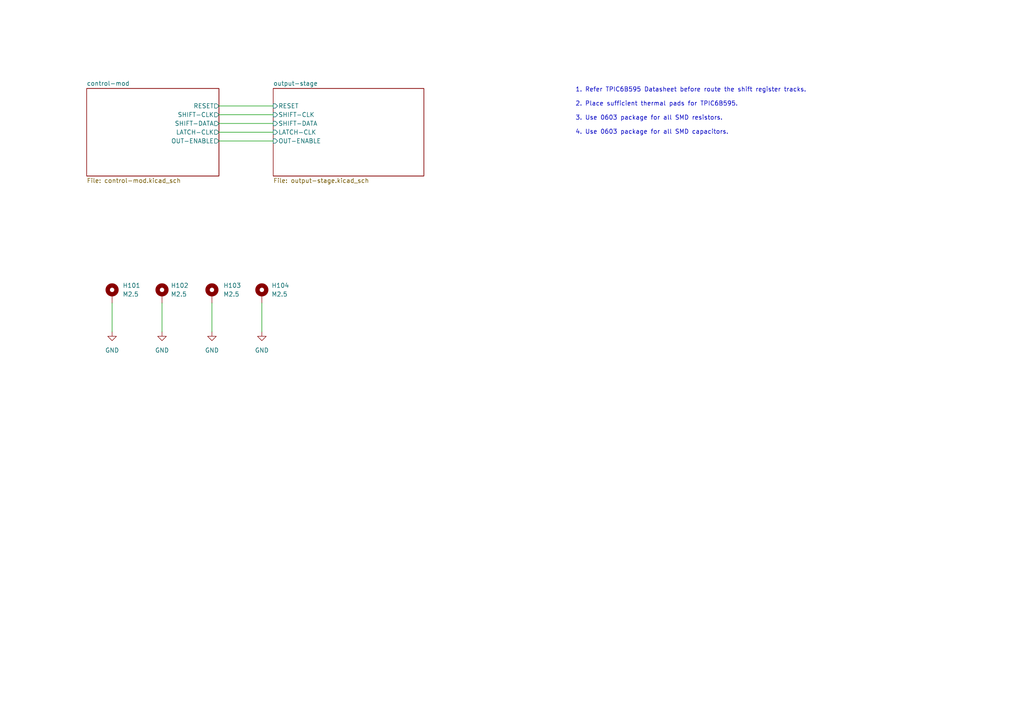
<source format=kicad_sch>
(kicad_sch (version 20231120) (generator "eeschema") (generator_version "8.0")
  (paper "A4")
  (title_block (title "24-Channel USB Relay Driver") (date "2024-01-11") (rev "1.1.0") (company "Dilshan R Jayakody") (comment 1 "jayakody2000lk@gmail.com") (comment 2 "https://github.com/dilshan/24ch-usb-high-voltage-driver"))
  (lib_symbols
    (symbol "Mechanical:MountingHole_Pad" (pin_numbers hide) (pin_names (offset 1.016) hide)
      (property "Reference" "H" (at 0 6.35 0))
      (property "Value" "MountingHole_Pad" (at 0 4.445 0))
      (symbol "MountingHole_Pad_0_1"
        (circle (center 0 1.27) (radius 1.27) (stroke (width 1.27)))
      )
      (symbol "MountingHole_Pad_1_1"
        (pin input line (at 0 -2.54 90) (length 2.54) (name "1") (number "1"))
      )
    )
    (symbol "power:GND" (power) (pin_names (offset 0))
      (property "Value" "GND" (at 0 -3.81 0))
      (symbol "GND_0_1"
        (polyline (pts (xy 0 0) (xy 0 -1.27) (xy 1.27 -1.27) (xy 0 -2.54) (xy -1.27 -1.27) (xy 0 -1.27)))
      )
      (symbol "GND_1_1"
        (pin power_in line (at 0 0 270) (length 0) hide (name "GND") (number "1"))
      )
    )
  )
  (wire (pts (xy 46.99 87.884) (xy 46.99 96.266)))
  (wire (pts (xy 63.5 38.354) (xy 79.248 38.354)))
  (wire (pts (xy 32.512 87.884) (xy 32.512 96.266)))
  (wire (pts (xy 63.5 40.894) (xy 79.248 40.894)))
  (wire (pts (xy 63.5 33.274) (xy 79.248 33.274)))
  (wire (pts (xy 63.5 35.814) (xy 79.248 35.814)))
  (wire (pts (xy 61.468 87.884) (xy 61.468 96.266)))
  (wire (pts (xy 63.5 30.734) (xy 79.248 30.734)))
  (wire (pts (xy 75.946 87.884) (xy 75.946 96.266)))
  (text "1. Refer TPIC6B595 Datasheet before route the shift register tracks. \n\n2. Place sufficient thermal pads for TPIC6B595.\n\n3. Use 0603 package for all SMD resistors.\n\n4. Use 0603 package for all SMD capacitors." (at 166.878 39.116 0) (effects (font (size 1.27 1.27)) (justify left bottom)))
  (symbol (lib_id "power:GND") (at 32.512 96.266 0) (unit 1)
    (property "Reference" "#PWR0101" (effects (hide yes)))
    (property "Value" "GND" (at 32.512 101.6 0))
  )
  (symbol (lib_id "power:GND") (at 61.468 96.266 0) (unit 1)
    (property "Reference" "#PWR0103" (effects (hide yes)))
    (property "Value" "GND" (at 61.468 101.6 0))
  )
  (symbol (lib_id "power:GND") (at 46.99 96.266 0) (unit 1)
    (property "Reference" "#PWR0102" (effects (hide yes)))
    (property "Value" "GND" (at 46.99 101.6 0))
  )
  (symbol (lib_id "Mechanical:MountingHole_Pad") (at 46.99 85.344 0) (unit 1)
    (property "Reference" "H102" (at 49.53 82.8039 0) (effects (justify left)))
    (property "Value" "M2.5" (at 49.53 85.3439 0) (effects (justify left)))
    (property "Footprint" "MountingHole:MountingHole_2.5mm_Pad" (effects (hide yes)))
  )
  (symbol (lib_id "Mechanical:MountingHole_Pad") (at 32.512 85.344 0) (unit 1)
    (property "Reference" "H101" (at 35.56 82.8039 0) (effects (justify left)))
    (property "Value" "M2.5" (at 35.56 85.3439 0) (effects (justify left)))
    (property "Footprint" "MountingHole:MountingHole_2.5mm_Pad" (effects (hide yes)))
  )
  (symbol (lib_id "Mechanical:MountingHole_Pad") (at 75.946 85.344 0) (unit 1)
    (property "Reference" "H104" (at 78.74 82.8039 0) (effects (justify left)))
    (property "Value" "M2.5" (at 78.74 85.3439 0) (effects (justify left)))
    (property "Footprint" "MountingHole:MountingHole_2.5mm_Pad" (effects (hide yes)))
  )
  (symbol (lib_id "Mechanical:MountingHole_Pad") (at 61.468 85.344 0) (unit 1)
    (property "Reference" "H103" (at 64.77 82.8039 0) (effects (justify left)))
    (property "Value" "M2.5" (at 64.77 85.3439 0) (effects (justify left)))
    (property "Footprint" "MountingHole:MountingHole_2.5mm_Pad" (effects (hide yes)))
  )
  (symbol (lib_id "power:GND") (at 75.946 96.266 0) (unit 1)
    (property "Reference" "#PWR0104" (effects (hide yes)))
    (property "Value" "GND" (at 75.946 101.6 0))
  )
  (sheet (at 79.248 25.654) (size 43.688 25.4) (stroke (width 0.1524))
    (property "Sheetname" "output-stage" (at 79.248 24.9424 0) (effects (justify left bottom)))
    (property "Sheetfile" "output-stage.kicad_sch" (at 79.248 51.6386 0) (effects (justify left top)))
    (pin "OUT-ENABLE" input (at 79.248 40.894 180))
    (pin "LATCH-CLK" input (at 79.248 38.354 180))
    (pin "SHIFT-DATA" input (at 79.248 35.814 180))
    (pin "SHIFT-CLK" input (at 79.248 33.274 180))
    (pin "RESET" input (at 79.248 30.734 180))
  )
  (sheet (at 25.146 25.654) (size 38.354 25.4) (stroke (width 0.1524))
    (property "Sheetname" "control-mod" (at 25.146 24.9424 0) (effects (justify left bottom)))
    (property "Sheetfile" "control-mod.kicad_sch" (at 25.146 51.6386 0) (effects (justify left top)))
    (pin "RESET" output (at 63.5 30.734 0))
    (pin "SHIFT-CLK" output (at 63.5 33.274 0))
    (pin "SHIFT-DATA" output (at 63.5 35.814 0))
    (pin "LATCH-CLK" output (at 63.5 38.354 0))
    (pin "OUT-ENABLE" output (at 63.5 40.894 0))
  )
)
</source>
